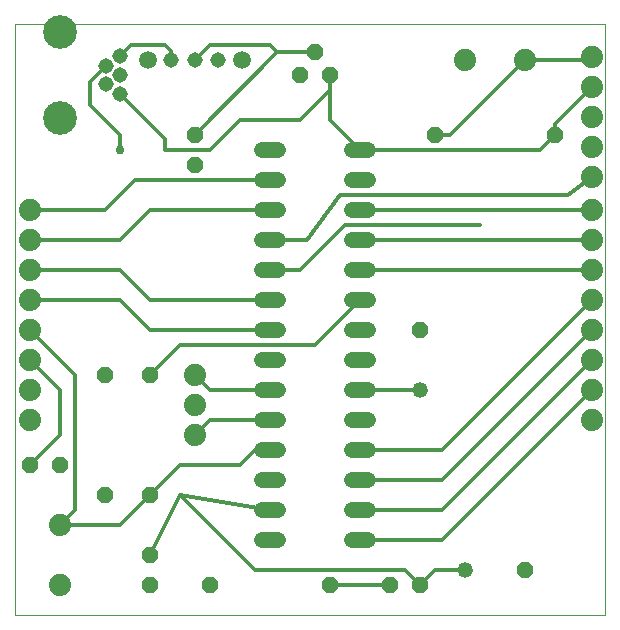
<source format=gtl>
G75*
%MOIN*%
%OFA0B0*%
%FSLAX25Y25*%
%IPPOS*%
%LPD*%
%AMOC8*
5,1,8,0,0,1.08239X$1,22.5*
%
%ADD10C,0.00000*%
%ADD11OC8,0.05200*%
%ADD12C,0.05200*%
%ADD13C,0.07400*%
%ADD14C,0.05200*%
%ADD15C,0.05150*%
%ADD16C,0.11220*%
%ADD17C,0.05937*%
%ADD18C,0.01200*%
%ADD19C,0.02978*%
D10*
X0005060Y0001800D02*
X0005060Y0198650D01*
X0201910Y0198650D01*
X0201910Y0001800D01*
X0005060Y0001800D01*
D11*
X0035060Y0041800D03*
X0050060Y0041800D03*
X0050060Y0021800D03*
X0050060Y0011800D03*
X0070060Y0011800D03*
X0110060Y0011800D03*
X0130060Y0011800D03*
X0140060Y0011800D03*
X0175060Y0016800D03*
X0140060Y0096800D03*
X0145060Y0161800D03*
X0110060Y0181800D03*
X0105060Y0189300D03*
X0100060Y0181800D03*
X0065060Y0161800D03*
X0065060Y0151800D03*
X0050060Y0081800D03*
X0035060Y0081800D03*
X0020060Y0051800D03*
X0010060Y0051800D03*
X0185060Y0161800D03*
D12*
X0140060Y0076800D03*
X0155060Y0016800D03*
D13*
X0197560Y0066800D03*
X0197560Y0076800D03*
X0197560Y0086800D03*
X0197560Y0096800D03*
X0197560Y0106800D03*
X0197560Y0116800D03*
X0197560Y0126800D03*
X0197560Y0136800D03*
X0197560Y0147800D03*
X0197560Y0157800D03*
X0197560Y0167800D03*
X0197560Y0177800D03*
X0197560Y0187800D03*
X0175060Y0186800D03*
X0155060Y0186800D03*
X0065060Y0081800D03*
X0065060Y0071800D03*
X0065060Y0061800D03*
X0020060Y0031800D03*
X0020060Y0011800D03*
X0010060Y0066800D03*
X0010060Y0076800D03*
X0010060Y0086800D03*
X0010060Y0096800D03*
X0010060Y0106800D03*
X0010060Y0116800D03*
X0010060Y0126800D03*
X0010060Y0136800D03*
D14*
X0087460Y0136800D02*
X0092660Y0136800D01*
X0092660Y0126800D02*
X0087460Y0126800D01*
X0087460Y0116800D02*
X0092660Y0116800D01*
X0092660Y0106800D02*
X0087460Y0106800D01*
X0087460Y0096800D02*
X0092660Y0096800D01*
X0092660Y0086800D02*
X0087460Y0086800D01*
X0087460Y0076800D02*
X0092660Y0076800D01*
X0092660Y0066800D02*
X0087460Y0066800D01*
X0087460Y0056800D02*
X0092660Y0056800D01*
X0092660Y0046800D02*
X0087460Y0046800D01*
X0087460Y0036800D02*
X0092660Y0036800D01*
X0092660Y0026800D02*
X0087460Y0026800D01*
X0117460Y0026800D02*
X0122660Y0026800D01*
X0122660Y0036800D02*
X0117460Y0036800D01*
X0117460Y0046800D02*
X0122660Y0046800D01*
X0122660Y0056800D02*
X0117460Y0056800D01*
X0117460Y0066800D02*
X0122660Y0066800D01*
X0122660Y0076800D02*
X0117460Y0076800D01*
X0117460Y0086800D02*
X0122660Y0086800D01*
X0122660Y0096800D02*
X0117460Y0096800D01*
X0117460Y0106800D02*
X0122660Y0106800D01*
X0122660Y0116800D02*
X0117460Y0116800D01*
X0117460Y0126800D02*
X0122660Y0126800D01*
X0122660Y0136800D02*
X0117460Y0136800D01*
X0117460Y0146800D02*
X0122660Y0146800D01*
X0122660Y0156800D02*
X0117460Y0156800D01*
X0092660Y0156800D02*
X0087460Y0156800D01*
X0087460Y0146800D02*
X0092660Y0146800D01*
D15*
X0072934Y0186800D03*
X0065060Y0186800D03*
X0057186Y0186800D03*
X0040139Y0188099D03*
X0035414Y0184950D03*
X0040139Y0181800D03*
X0035414Y0178650D03*
X0040139Y0175501D03*
D16*
X0020060Y0167430D03*
X0020060Y0196170D03*
D17*
X0049312Y0186800D03*
X0080808Y0186800D03*
D18*
X0090060Y0191800D02*
X0070060Y0191800D01*
X0065060Y0186800D01*
X0057186Y0186800D02*
X0057186Y0189674D01*
X0055060Y0191800D01*
X0043840Y0191800D01*
X0040139Y0188099D01*
X0035414Y0184950D02*
X0030060Y0179595D01*
X0030060Y0171800D01*
X0040060Y0161800D01*
X0040060Y0156800D01*
X0045060Y0146800D02*
X0090060Y0146800D01*
X0090060Y0136800D02*
X0050060Y0136800D01*
X0040060Y0126800D01*
X0010060Y0126800D01*
X0010060Y0136800D02*
X0035060Y0136800D01*
X0045060Y0146800D01*
X0055060Y0156800D02*
X0055060Y0160580D01*
X0040139Y0175501D01*
X0055060Y0156800D02*
X0070060Y0156800D01*
X0080060Y0166800D01*
X0100060Y0166800D01*
X0110060Y0176800D01*
X0110060Y0181800D01*
X0110060Y0166800D01*
X0120060Y0156800D01*
X0180060Y0156800D01*
X0185060Y0161800D01*
X0185060Y0165300D01*
X0197560Y0177800D01*
X0196560Y0186800D02*
X0197560Y0187800D01*
X0196560Y0186800D02*
X0175261Y0186800D01*
X0150261Y0161800D01*
X0145060Y0161800D01*
X0120060Y0136800D02*
X0197560Y0136800D01*
X0189560Y0141800D02*
X0113510Y0141800D01*
X0102510Y0126800D01*
X0090060Y0126800D01*
X0090060Y0116800D02*
X0100060Y0116800D01*
X0115060Y0131800D01*
X0160060Y0131800D01*
X0189560Y0141800D02*
X0197560Y0147800D01*
X0197560Y0126800D02*
X0120060Y0126800D01*
X0120060Y0116800D02*
X0197560Y0116800D01*
X0197560Y0106800D02*
X0147560Y0056800D01*
X0120060Y0056800D01*
X0120060Y0046800D02*
X0147560Y0046800D01*
X0197560Y0096800D01*
X0197560Y0086800D02*
X0147560Y0036800D01*
X0120060Y0036800D01*
X0120060Y0026800D02*
X0147560Y0026800D01*
X0197560Y0076800D01*
X0140060Y0076800D02*
X0120060Y0076800D01*
X0105060Y0091800D02*
X0120060Y0106800D01*
X0105060Y0091800D02*
X0060060Y0091800D01*
X0050060Y0081800D01*
X0065060Y0081800D02*
X0070060Y0076800D01*
X0090060Y0076800D01*
X0090060Y0066800D02*
X0070060Y0066800D01*
X0065060Y0061800D01*
X0060060Y0051800D02*
X0080060Y0051800D01*
X0085060Y0056800D01*
X0090060Y0056800D01*
X0090060Y0036800D02*
X0060060Y0041800D01*
X0085060Y0016800D01*
X0135060Y0016800D01*
X0140060Y0011800D01*
X0145060Y0016800D01*
X0155060Y0016800D01*
X0130060Y0011800D02*
X0110060Y0011800D01*
X0060060Y0041800D02*
X0050060Y0021800D01*
X0040060Y0031800D02*
X0050060Y0041800D01*
X0060060Y0051800D01*
X0040060Y0031800D02*
X0020060Y0031800D01*
X0025060Y0036800D01*
X0025060Y0081800D01*
X0010060Y0096800D01*
X0010060Y0086800D02*
X0020060Y0076800D01*
X0020060Y0061800D01*
X0010060Y0051800D01*
X0050060Y0096800D02*
X0090060Y0096800D01*
X0090060Y0106800D02*
X0050060Y0106800D01*
X0040060Y0116800D01*
X0010060Y0116800D01*
X0010060Y0106800D02*
X0040060Y0106800D01*
X0050060Y0096800D01*
X0065060Y0161800D02*
X0092560Y0189300D01*
X0105060Y0189300D01*
X0092560Y0189300D01*
X0090060Y0191800D01*
X0175060Y0186800D02*
X0175261Y0186800D01*
D19*
X0040060Y0156800D03*
M02*

</source>
